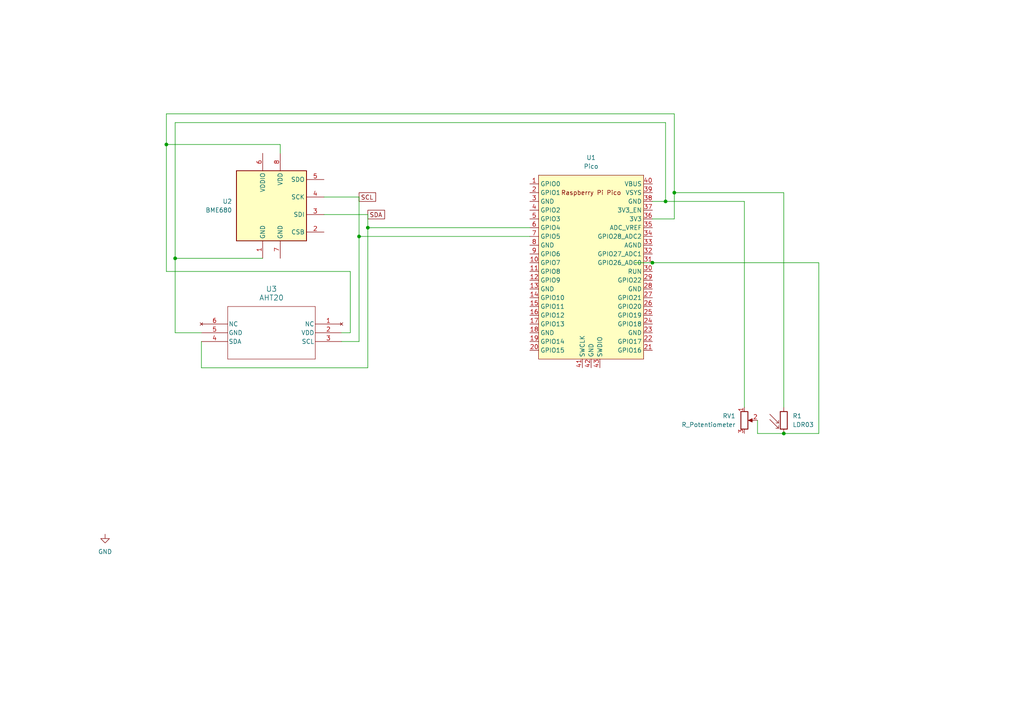
<source format=kicad_sch>
(kicad_sch (version 20230121) (generator eeschema)
  (paper "A4")
  (title_block (title "CanSat Main Schematic") (date "2024-01-10") (rev "v1.0") (company "Team Athena"))
  (lib_symbols
    (symbol "AHT20:AHT20" (pin_names (offset 0.254))
      (property "Reference" "U" (at 20.32 10.16 0))
      (property "Value" "AHT20" (at 20.32 7.62 0))
      (symbol "AHT20_0_1"
        (polyline (pts (xy 7.62 -10.16) (xy 33.02 -10.16)) (stroke (width 0.127)))
        (polyline (pts (xy 7.62 5.08) (xy 7.62 -10.16)) (stroke (width 0.127)))
        (polyline (pts (xy 33.02 -10.16) (xy 33.02 5.08)) (stroke (width 0.127)))
        (polyline (pts (xy 33.02 5.08) (xy 7.62 5.08)) (stroke (width 0.127)))
        (pin no_connect line (at 0 0 0) (length 7.62) (name "NC") (number "1"))
        (pin power_in line (at 0 -2.54 0) (length 7.62) (name "VDD") (number "2"))
        (pin input line (at 0 -5.08 0) (length 7.62) (name "SCL") (number "3"))
        (pin bidirectional line (at 40.64 -5.08 180) (length 7.62) (name "SDA") (number "4"))
        (pin power_out line (at 40.64 -2.54 180) (length 7.62) (name "GND") (number "5"))
        (pin no_connect line (at 40.64 0 180) (length 7.62) (name "NC") (number "6"))
      )
    )
    (symbol "Device:R_Potentiometer" (pin_names (offset 1.016) hide)
      (property "Reference" "RV" (at -4.445 0 90))
      (property "Value" "R_Potentiometer" (at -2.54 0 90))
      (symbol "R_Potentiometer_0_1"
        (polyline (pts (xy 2.54 0) (xy 1.524 0)))
        (polyline (pts (xy 1.143 0) (xy 2.286 0.508) (xy 2.286 -0.508) (xy 1.143 0)) (fill (type outline)))
        (rectangle (start 1.016 2.54) (end -1.016 -2.54) (stroke (width 0.254)))
      )
      (symbol "R_Potentiometer_1_1"
        (pin passive line (at 0 3.81 270) (length 1.27) (name "1") (number "1"))
        (pin passive line (at 3.81 0 180) (length 1.27) (name "2") (number "2"))
        (pin passive line (at 0 -3.81 90) (length 1.27) (name "3") (number "3"))
      )
    )
    (symbol "MCU_RaspberryPi_and_Boards:Pico"
      (property "Reference" "U" (at -13.97 27.94 0))
      (property "Value" "Pico" (at 0 19.05 0))
      (symbol "Pico_0_0"
        (text "Raspberry Pi Pico" (at 0 21.59 0) (effects (font (size 1.27 1.27))))
      )
      (symbol "Pico_0_1"
        (rectangle (start -15.24 26.67) (end 15.24 -26.67) (fill (type background)))
      )
      (symbol "Pico_1_1"
        (pin bidirectional line (at -17.78 24.13 0) (length 2.54) (name "GPIO0") (number "1"))
        (pin bidirectional line (at -17.78 1.27 0) (length 2.54) (name "GPIO7") (number "10"))
        (pin bidirectional line (at -17.78 -1.27 0) (length 2.54) (name "GPIO8") (number "11"))
        (pin bidirectional line (at -17.78 -3.81 0) (length 2.54) (name "GPIO9") (number "12"))
        (pin power_in line (at -17.78 -6.35 0) (length 2.54) (name "GND") (number "13"))
        (pin bidirectional line (at -17.78 -8.89 0) (length 2.54) (name "GPIO10") (number "14"))
        (pin bidirectional line (at -17.78 -11.43 0) (length 2.54) (name "GPIO11") (number "15"))
        (pin bidirectional line (at -17.78 -13.97 0) (length 2.54) (name "GPIO12") (number "16"))
        (pin bidirectional line (at -17.78 -16.51 0) (length 2.54) (name "GPIO13") (number "17"))
        (pin power_in line (at -17.78 -19.05 0) (length 2.54) (name "GND") (number "18"))
        (pin bidirectional line (at -17.78 -21.59 0) (length 2.54) (name "GPIO14") (number "19"))
        (pin bidirectional line (at -17.78 21.59 0) (length 2.54) (name "GPIO1") (number "2"))
        (pin bidirectional line (at -17.78 -24.13 0) (length 2.54) (name "GPIO15") (number "20"))
        (pin bidirectional line (at 17.78 -24.13 180) (length 2.54) (name "GPIO16") (number "21"))
        (pin bidirectional line (at 17.78 -21.59 180) (length 2.54) (name "GPIO17") (number "22"))
        (pin power_in line (at 17.78 -19.05 180) (length 2.54) (name "GND") (number "23"))
        (pin bidirectional line (at 17.78 -16.51 180) (length 2.54) (name "GPIO18") (number "24"))
        (pin bidirectional line (at 17.78 -13.97 180) (length 2.54) (name "GPIO19") (number "25"))
        (pin bidirectional line (at 17.78 -11.43 180) (length 2.54) (name "GPIO20") (number "26"))
        (pin bidirectional line (at 17.78 -8.89 180) (length 2.54) (name "GPIO21") (number "27"))
        (pin power_in line (at 17.78 -6.35 180) (length 2.54) (name "GND") (number "28"))
        (pin bidirectional line (at 17.78 -3.81 180) (length 2.54) (name "GPIO22") (number "29"))
        (pin power_in line (at -17.78 19.05 0) (length 2.54) (name "GND") (number "3"))
        (pin input line (at 17.78 -1.27 180) (length 2.54) (name "RUN") (number "30"))
        (pin bidirectional line (at 17.78 1.27 180) (length 2.54) (name "GPIO26_ADC0") (number "31"))
        (pin bidirectional line (at 17.78 3.81 180) (length 2.54) (name "GPIO27_ADC1") (number "32"))
        (pin power_in line (at 17.78 6.35 180) (length 2.54) (name "AGND") (number "33"))
        (pin bidirectional line (at 17.78 8.89 180) (length 2.54) (name "GPIO28_ADC2") (number "34"))
        (pin power_in line (at 17.78 11.43 180) (length 2.54) (name "ADC_VREF") (number "35"))
        (pin power_in line (at 17.78 13.97 180) (length 2.54) (name "3V3") (number "36"))
        (pin input line (at 17.78 16.51 180) (length 2.54) (name "3V3_EN") (number "37"))
        (pin bidirectional line (at 17.78 19.05 180) (length 2.54) (name "GND") (number "38"))
        (pin power_in line (at 17.78 21.59 180) (length 2.54) (name "VSYS") (number "39"))
        (pin bidirectional line (at -17.78 16.51 0) (length 2.54) (name "GPIO2") (number "4"))
        (pin power_in line (at 17.78 24.13 180) (length 2.54) (name "VBUS") (number "40"))
        (pin input line (at -2.54 -29.21 90) (length 2.54) (name "SWCLK") (number "41"))
        (pin power_in line (at 0 -29.21 90) (length 2.54) (name "GND") (number "42"))
        (pin bidirectional line (at 2.54 -29.21 90) (length 2.54) (name "SWDIO") (number "43"))
        (pin bidirectional line (at -17.78 13.97 0) (length 2.54) (name "GPIO3") (number "5"))
        (pin bidirectional line (at -17.78 11.43 0) (length 2.54) (name "GPIO4") (number "6"))
        (pin bidirectional line (at -17.78 8.89 0) (length 2.54) (name "GPIO5") (number "7"))
        (pin power_in line (at -17.78 6.35 0) (length 2.54) (name "GND") (number "8"))
        (pin bidirectional line (at -17.78 3.81 0) (length 2.54) (name "GPIO6") (number "9"))
      )
    )
    (symbol "Sensor:BME680"
      (property "Reference" "U" (at -8.89 11.43 0))
      (property "Value" "BME680" (at 7.62 11.43 0))
      (symbol "BME680_0_1"
        (rectangle (start -10.16 10.16) (end 10.16 -10.16) (stroke (width 0.254)) (fill (type background)))
      )
      (symbol "BME680_1_1"
        (pin power_in line (at -2.54 -15.24 90) (length 5.08) (name "GND") (number "1"))
        (pin input line (at 15.24 -7.62 180) (length 5.08) (name "CSB") (number "2"))
        (pin bidirectional line (at 15.24 -2.54 180) (length 5.08) (name "SDI") (number "3"))
        (pin input line (at 15.24 2.54 180) (length 5.08) (name "SCK") (number "4"))
        (pin bidirectional line (at 15.24 7.62 180) (length 5.08) (name "SDO") (number "5"))
        (pin power_in line (at -2.54 15.24 270) (length 5.08) (name "VDDIO") (number "6"))
        (pin power_in line (at 2.54 -15.24 90) (length 5.08) (name "GND") (number "7"))
        (pin power_in line (at 2.54 15.24 270) (length 5.08) (name "VDD") (number "8"))
      )
    )
    (symbol "Sensor_Optical:LDR03" (pin_numbers hide) (pin_names (offset 0))
      (property "Reference" "R" (at -5.08 0 90))
      (property "Value" "LDR03" (at 1.905 0 90))
      (symbol "LDR03_0_1"
        (rectangle (start -1.016 2.54) (end 1.016 -2.54) (stroke (width 0.254)))
        (polyline (pts (xy -1.524 -2.286) (xy -4.064 0.254)))
        (polyline (pts (xy -1.524 -2.286) (xy -2.286 -2.286)))
        (polyline (pts (xy -1.524 -2.286) (xy -1.524 -1.524)))
        (polyline (pts (xy -1.524 -0.762) (xy -4.064 1.778)))
        (polyline (pts (xy -1.524 -0.762) (xy -2.286 -0.762)))
        (polyline (pts (xy -1.524 -0.762) (xy -1.524 0)))
      )
      (symbol "LDR03_1_1"
        (pin passive line (at 0 3.81 270) (length 1.27) (name "~") (number "1"))
        (pin passive line (at 0 -3.81 90) (length 1.27) (name "~") (number "2"))
      )
    )
    (symbol "power:GND" (power) (pin_names (offset 0))
      (property "Value" "GND" (at 0 -3.81 0))
      (symbol "GND_0_1"
        (polyline (pts (xy 0 0) (xy 0 -1.27) (xy 1.27 -1.27) (xy 0 -2.54) (xy -1.27 -1.27) (xy 0 -1.27)))
      )
      (symbol "GND_1_1"
        (pin power_in line (at 0 0 270) (length 0) hide (name "GND") (number "1"))
      )
    )
  )
  (junction (at 50.8 74.93))
  (junction (at 106.68 66.04))
  (junction (at 195.58 55.88))
  (junction (at 227.33 125.73))
  (junction (at 193.04 58.42))
  (junction (at 104.14 68.58))
  (junction (at 48.26 41.91))
  (junction (at 189.23 76.2))
  (wire (pts (xy 195.58 55.88) (xy 227.33 55.88)))
  (wire (pts (xy 189.23 63.5) (xy 195.58 63.5)))
  (wire (pts (xy 101.6 96.52) (xy 99.06 96.52)))
  (wire (pts (xy 48.26 33.02) (xy 48.26 41.91)))
  (wire (pts (xy 219.71 125.73) (xy 227.33 125.73)))
  (wire (pts (xy 195.58 33.02) (xy 48.26 33.02)))
  (wire (pts (xy 106.68 66.04) (xy 153.67 66.04)))
  (wire (pts (xy 106.68 66.04) (xy 106.68 62.23)))
  (wire (pts (xy 219.71 121.92) (xy 219.71 125.73)))
  (wire (pts (xy 101.6 78.74) (xy 101.6 96.52)))
  (wire (pts (xy 48.26 78.74) (xy 101.6 78.74)))
  (wire (pts (xy 50.8 35.56) (xy 50.8 74.93)))
  (wire (pts (xy 215.9 58.42) (xy 193.04 58.42)))
  (wire (pts (xy 237.49 125.73) (xy 237.49 76.2)))
  (wire (pts (xy 104.14 57.15) (xy 104.14 68.58)))
  (wire (pts (xy 50.8 74.93) (xy 76.2 74.93)))
  (wire (pts (xy 104.14 99.06) (xy 104.14 68.58)))
  (wire (pts (xy 106.68 62.23) (xy 93.98 62.23)))
  (wire (pts (xy 104.14 68.58) (xy 153.67 68.58)))
  (wire (pts (xy 215.9 118.11) (xy 215.9 58.42)))
  (wire (pts (xy 99.06 99.06) (xy 104.14 99.06)))
  (wire (pts (xy 93.98 57.15) (xy 104.14 57.15)))
  (wire (pts (xy 193.04 35.56) (xy 50.8 35.56)))
  (wire (pts (xy 195.58 55.88) (xy 195.58 63.5)))
  (wire (pts (xy 184.15 76.2) (xy 189.23 76.2)))
  (wire (pts (xy 58.42 99.06) (xy 58.42 106.68)))
  (wire (pts (xy 58.42 106.68) (xy 106.68 106.68)))
  (wire (pts (xy 227.33 125.73) (xy 237.49 125.73)))
  (wire (pts (xy 58.42 96.52) (xy 50.8 96.52)))
  (wire (pts (xy 193.04 58.42) (xy 193.04 35.56)))
  (wire (pts (xy 81.28 41.91) (xy 48.26 41.91)))
  (wire (pts (xy 81.28 44.45) (xy 81.28 41.91)))
  (wire (pts (xy 50.8 96.52) (xy 50.8 74.93)))
  (wire (pts (xy 237.49 76.2) (xy 189.23 76.2)))
  (wire (pts (xy 106.68 106.68) (xy 106.68 66.04)))
  (wire (pts (xy 189.23 58.42) (xy 193.04 58.42)))
  (wire (pts (xy 195.58 33.02) (xy 195.58 55.88)))
  (wire (pts (xy 227.33 118.11) (xy 227.33 55.88)))
  (wire (pts (xy 48.26 41.91) (xy 48.26 78.74)))
  (global_label "SDA" (shape passive) (at 106.68 62.23 0) (property "Intersheetrefs" "${INTERSHEET_REFS}" (effects hide)))
  (global_label "SCL" (shape passive) (at 104.14 57.15 0) (property "Intersheetrefs" "${INTERSHEET_REFS}" (effects hide)))
  (symbol (lib_id "AHT20:AHT20") (at 99.06 93.98 0) (mirror y) (unit 1)
    (property "Reference" "U3" (at 78.74 83.82 0) (effects (font (size 1.524 1.524))))
    (property "Value" "AHT20" (at 78.74 86.36 0) (effects (font (size 1.524 1.524))))
    (property "Footprint" "AHT20_GAE" (effects hide))
    (property "Datasheet" "AHT20" (effects hide))
  )
  (symbol (lib_id "Device:R_Potentiometer") (at 215.9 121.92 0) (unit 1)
    (property "Reference" "RV1" (at 213.36 120.65 0) (effects (justify right)))
    (property "Value" "R_Potentiometer" (at 213.36 123.19 0) (effects (justify right)))
  )
  (symbol (lib_id "power:GND") (at 30.48 154.94 0) (unit 1)
    (property "Reference" "#PWR01" (effects hide))
    (property "Value" "GND" (at 30.48 160.02 0))
  )
  (symbol (lib_id "MCU_RaspberryPi_and_Boards:Pico") (at 171.45 77.47 0) (unit 1)
    (property "Reference" "U1" (at 171.45 45.72 0))
    (property "Value" "Pico" (at 171.45 48.26 0))
    (property "Footprint" "RPi_Pico:RPi_Pico_SMD_TH" (effects hide))
  )
  (symbol (lib_id "Sensor_Optical:LDR03") (at 227.33 121.92 0) (unit 1)
    (property "Reference" "R1" (at 229.87 120.65 0) (effects (justify left)))
    (property "Value" "LDR03" (at 229.87 123.19 0) (effects (justify left)))
    (property "Footprint" "OptoDevice:R_LDR_10x8.5mm_P7.6mm_Vertical" (effects hide))
    (property "Datasheet" "http://www.elektronica-componenten.nl/WebRoot/StoreNL/Shops/61422969/54F1/BA0C/C664/31B9/2173/C0A8/2AB9/2AEF/LDR03IMP.pdf" (effects hide))
  )
  (symbol (lib_id "Sensor:BME680") (at 78.74 59.69 0) (unit 1)
    (property "Reference" "U2" (at 67.31 58.42 0) (effects (justify right)))
    (property "Value" "BME680" (at 67.31 60.96 0) (effects (justify right)))
    (property "Footprint" "Package_LGA:Bosch_LGA-8_3x3mm_P0.8mm_ClockwisePinNumbering" (effects hide))
    (property "Datasheet" "https://ae-bst.resource.bosch.com/media/_tech/media/datasheets/BST-BME680-DS001.pdf" (effects hide))
  )
)
</source>
